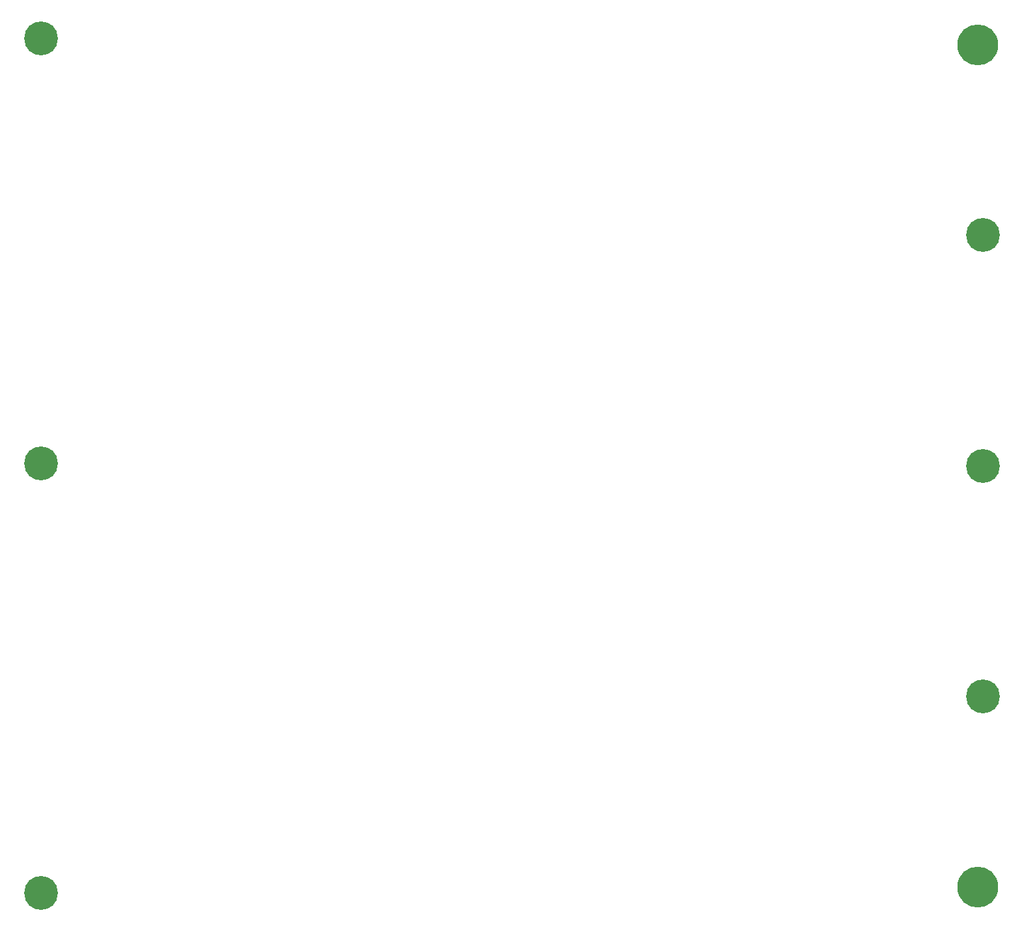
<source format=gbs>
G04*
G04 #@! TF.GenerationSoftware,Altium Limited,Altium Designer,21.6.1 (37)*
G04*
G04 Layer_Color=16711935*
%FSLAX25Y25*%
%MOIN*%
G70*
G04*
G04 #@! TF.SameCoordinates,532E04BB-9670-4093-A683-9B17944729E4*
G04*
G04*
G04 #@! TF.FilePolarity,Negative*
G04*
G01*
G75*
%ADD12C,0.17296*%
%ADD13C,0.20879*%
D12*
X-7500Y237500D02*
D03*
Y17500D02*
D03*
Y455000D02*
D03*
X474409Y236221D02*
D03*
Y118110D02*
D03*
Y354331D02*
D03*
D13*
X471649Y20548D02*
D03*
X471634Y451949D02*
D03*
M02*

</source>
